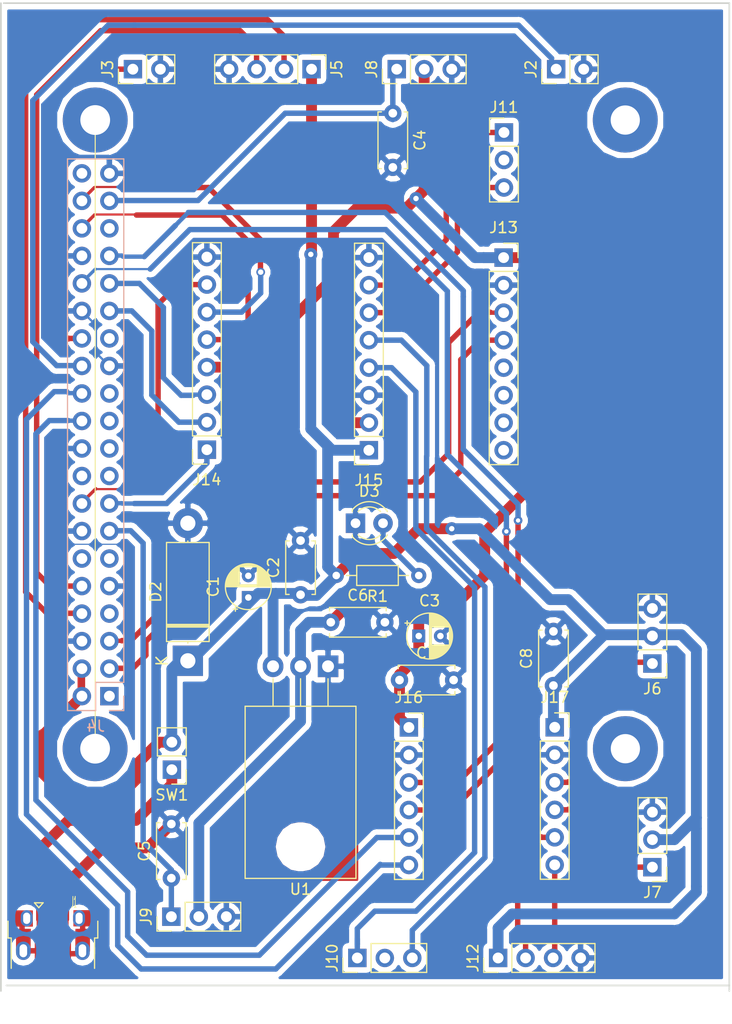
<source format=kicad_pcb>
(kicad_pcb (version 20171130) (host pcbnew "(5.0.1)-4")
  (title_block (title "Mobilny robot mapujący przestrzeń 3D w technologii LIDAR: \\nShield PCB.") (date 07.11.2019) (company "POLITECHNIKA POZNAŃSKA"))
  (layers (0 F.Cu signal) (31 B.Cu signal) (34 B.Paste user) (35 F.Paste user) (36 B.SilkS user) (37 F.SilkS user) (38 B.Mask user) (39 F.Mask user) (44 Edge.Cuts user))
  (net 0 "")
  (net 1 GND)
  (net 2 +5V)
  (net 3 +3V3)
  (net 4 /EN_PRAWY)
  (net 5 /EN_LEWY)
  (net 6 "Net-(J1-Pad6)")
  (net 7 "Net-(J1-Pad2)")
  (net 8 "Net-(J1-Pad3)")
  (net 9 "Net-(J1-Pad4)")
  (net 10 /KRAN_PRZOD)
  (net 11 /KRAN_TYL)
  (net 12 "Net-(J4-Pad1)")
  (net 13 /SDA_I2C)
  (net 14 /SCL_I2C)
  (net 15 "Net-(J4-Pad7)")
  (net 16 /L_RX)
  (net 17 /L_TX)
  (net 18 "Net-(J4-Pad11)")
  (net 19 "Net-(J4-Pad12)")
  (net 20 /PWM_DC_M_H_A)
  (net 21 /PWM_DC_M_H_B)
  (net 22 "Net-(J4-Pad17)")
  (net 23 "Net-(J4-Pad18)")
  (net 24 "Net-(J4-Pad19)")
  (net 25 "Net-(J4-Pad21)")
  (net 26 /TRIG_TL)
  (net 27 "Net-(J4-Pad23)")
  (net 28 /ECHO_TL)
  (net 29 "Net-(J4-Pad27)")
  (net 30 /L_DC_M_H1)
  (net 31 /L_DC_M_H2)
  (net 32 /PWM_POZ_TL)
  (net 33 /PWM_PIO_TL)
  (net 34 "Net-(J4-Pad35)")
  (net 35 /P_DC_M_H1)
  (net 36 /P_DC_M_H2)
  (net 37 "Net-(J4-Pad40)")
  (net 38 /PWM_POZ_SER)
  (net 39 /PWM_PIO_SER)
  (net 40 /L_DC_SILNIK1)
  (net 41 /L_DC_SILNIK2)
  (net 42 /P_DC_SILNIK2)
  (net 43 /P_DC_SILNIK1)
  (net 44 /TRIG_SEN)
  (net 45 /ECHO_SEN)
  (net 46 "Net-(J13-Pad5)")
  (net 47 "Net-(J13-Pad6)")
  (net 48 "Net-(J13-Pad7)")
  (net 49 "Net-(J13-Pad8)")
  (net 50 "Net-(J1-Pad1)")
  (net 51 "Net-(D3-Pad2)")
  (net 52 "Net-(J10-Pad2)")
  (net 53 "Net-(J11-Pad2)")
  (module Package_TO_SOT_THT:TO-220-3_Horizontal_TabDown (layer F.Cu) (at 49.784 91.694 180)
    (fp_text reference U1 (at 2.54 -20.58 180) (layer F.SilkS))
    (fp_text value AZ1117-3.3)
    (pad "" np_thru_hole oval (at 2.54 -16.66 180) (size 3.5 3.5) (drill 3.5) (layers *.Cu *.Mask))
    (pad 1 thru_hole rect (at 0 0 180) (size 1.905 2) (drill 1.1) (layers *.Cu *.Mask) (net 1 GND))
    (pad 2 thru_hole oval (at 2.54 0 180) (size 1.905 2) (drill 1.1) (layers *.Cu *.Mask) (net 3 +3V3))
    (pad 3 thru_hole oval (at 5.08 0 180) (size 1.905 2) (drill 1.1) (layers *.Cu *.Mask) (net 2 +5V))
  )
  (module Connector_PinHeader_2.54mm:PinHeader_1x02_P2.54mm_Vertical (layer F.Cu) (at 70.866 36.576 90)
    (fp_text reference J2 (at 0 -2.33 90) (layer F.SilkS))
    (fp_text value KRAN_PRZOD)
    (pad 1 thru_hole rect (at 0 0 90) (size 1.7 1.7) (drill 1) (layers *.Cu *.Mask) (net 10 /KRAN_PRZOD))
    (pad 2 thru_hole oval (at 0 2.54 90) (size 1.7 1.7) (drill 1) (layers *.Cu *.Mask) (net 1 GND))
  )
  (module Connector_USB:USB_Micro-B_Amphenol_10103594-0001LF_Horizontal (layer F.Cu) (at 24.384 116.84)
    (fp_text reference J1 (at 1.925 -3.365) (layer F.SilkS) (effects (font (size 1 0.3) (thickness 0.075))))
    (fp_text value USB_B_Micro)
    (pad 6 smd rect (at 2.725 0.185) (size 1.35 2) (layers F.Cu F.Paste F.Mask) (net 6 "Net-(J1-Pad6)"))
    (pad 6 smd rect (at -2.755 0.185) (size 1.35 2) (layers F.Cu F.Paste F.Mask) (net 6 "Net-(J1-Pad6)"))
    (pad 6 smd rect (at -2.975 -0.565) (size 1.825 0.7) (layers F.Cu F.Paste F.Mask) (net 6 "Net-(J1-Pad6)"))
    (pad 6 smd rect (at 2.975 -0.565) (size 1.825 0.7) (layers F.Cu F.Paste F.Mask) (net 6 "Net-(J1-Pad6)"))
    (pad 6 smd rect (at -2.875 -1.865) (size 2 1.5) (layers F.Cu F.Paste F.Mask) (net 6 "Net-(J1-Pad6)"))
    (pad 6 smd rect (at 2.875 -1.885) (size 2 1.5) (layers F.Cu F.Paste F.Mask) (net 6 "Net-(J1-Pad6)"))
    (pad 1 smd rect (at -1.325 -1.765 90) (size 1.65 0.4) (layers F.Cu F.Paste F.Mask) (net 50 "Net-(J1-Pad1)"))
    (pad 2 smd rect (at -0.675 -1.765 90) (size 1.65 0.4) (layers F.Cu F.Paste F.Mask) (net 7 "Net-(J1-Pad2)"))
    (pad 3 smd rect (at -0.025 -1.765 90) (size 1.65 0.4) (layers F.Cu F.Paste F.Mask) (net 8 "Net-(J1-Pad3)"))
    (pad 4 smd rect (at 0.625 -1.765 90) (size 1.65 0.4) (layers F.Cu F.Paste F.Mask) (net 9 "Net-(J1-Pad4)"))
    (pad 5 smd rect (at 1.275 -1.765 90) (size 1.65 0.3) (layers F.Cu F.Paste F.Mask) (net 1 GND))
    (pad 6 thru_hole oval (at -2.445 -1.885 90) (size 1.5 1.1) (drill oval 1.05 0.65) (layers *.Cu *.Mask) (net 6 "Net-(J1-Pad6)"))
    (pad 6 thru_hole oval (at 2.395 -1.885 90) (size 1.5 1.1) (drill oval 1.05 0.65) (layers *.Cu *.Mask) (net 6 "Net-(J1-Pad6)"))
    (pad 6 thru_hole oval (at -2.755 1.115 90) (size 1.7 1.35) (drill oval 1.2 0.7) (layers *.Cu *.Mask) (net 6 "Net-(J1-Pad6)"))
    (pad 6 thru_hole oval (at 2.705 1.115 90) (size 1.7 1.35) (drill oval 1.2 0.7) (layers *.Cu *.Mask) (net 6 "Net-(J1-Pad6)"))
    (pad 6 smd rect (at -0.985 1.385 90) (size 2.5 1.43) (layers F.Cu F.Paste F.Mask) (net 6 "Net-(J1-Pad6)"))
    (pad 6 smd rect (at 0.935 1.385 90) (size 2.5 1.43) (layers F.Cu F.Paste F.Mask) (net 6 "Net-(J1-Pad6)"))
  )
  (module Connector_PinHeader_2.54mm:PinHeader_1x04_P2.54mm_Vertical (layer F.Cu) (at 48.26 36.576 270)
    (fp_text reference J5 (at 0 -2.33 270) (layer F.SilkS))
    (fp_text value LIDAR)
    (pad 4 thru_hole oval (at 0 7.62 270) (size 1.7 1.7) (drill 1) (layers *.Cu *.Mask) (net 1 GND))
    (pad 3 thru_hole oval (at 0 5.08 270) (size 1.7 1.7) (drill 1) (layers *.Cu *.Mask) (net 17 /L_TX))
    (pad 2 thru_hole oval (at 0 2.54 270) (size 1.7 1.7) (drill 1) (layers *.Cu *.Mask) (net 16 /L_RX))
    (pad 1 thru_hole rect (at 0 0 270) (size 1.7 1.7) (drill 1) (layers *.Cu *.Mask) (net 2 +5V))
  )
  (module Connector_PinHeader_2.54mm:PinHeader_1x03_P2.54mm_Vertical (layer F.Cu) (at 79.756 91.44 180)
    (fp_text reference J6 (at 0 -2.33 180) (layer F.SilkS))
    (fp_text value SERWO_POZIOM)
    (pad 3 thru_hole oval (at 0 5.08 180) (size 1.7 1.7) (drill 1) (layers *.Cu *.Mask) (net 1 GND))
    (pad 2 thru_hole oval (at 0 2.54 180) (size 1.7 1.7) (drill 1) (layers *.Cu *.Mask) (net 2 +5V))
    (pad 1 thru_hole rect (at 0 0 180) (size 1.7 1.7) (drill 1) (layers *.Cu *.Mask) (net 38 /PWM_POZ_SER))
  )
  (module Connector_PinHeader_2.54mm:PinHeader_1x03_P2.54mm_Vertical (layer F.Cu) (at 56.134 36.576 90)
    (fp_text reference J8 (at 0 -2.33 90) (layer F.SilkS))
    (fp_text value ENKODER_PRAWY)
    (pad 3 thru_hole oval (at 0 5.08 90) (size 1.7 1.7) (drill 1) (layers *.Cu *.Mask) (net 1 GND))
    (pad 2 thru_hole oval (at 0 2.54 90) (size 1.7 1.7) (drill 1) (layers *.Cu *.Mask) (net 3 +3V3))
    (pad 1 thru_hole rect (at 0 0 90) (size 1.7 1.7) (drill 1) (layers *.Cu *.Mask) (net 4 /EN_PRAWY))
  )
  (module Connector_PinHeader_2.54mm:PinHeader_1x03_P2.54mm_Vertical (layer F.Cu) (at 35.306 114.808 90)
    (fp_text reference J9 (at 0 -2.33 90) (layer F.SilkS))
    (fp_text value ENKODER_LEWY)
    (pad 1 thru_hole rect (at 0 0 90) (size 1.7 1.7) (drill 1) (layers *.Cu *.Mask) (net 5 /EN_LEWY))
    (pad 2 thru_hole oval (at 0 2.54 90) (size 1.7 1.7) (drill 1) (layers *.Cu *.Mask) (net 3 +3V3))
    (pad 3 thru_hole oval (at 0 5.08 90) (size 1.7 1.7) (drill 1) (layers *.Cu *.Mask) (net 1 GND))
  )
  (module Connector_PinHeader_2.54mm:PinHeader_1x02_P2.54mm_Vertical (layer F.Cu) (at 31.75 36.576 90)
    (fp_text reference J3 (at 0 -2.33 90) (layer F.SilkS))
    (fp_text value KRAN_TYL)
    (pad 1 thru_hole rect (at 0 0 90) (size 1.7 1.7) (drill 1) (layers *.Cu *.Mask) (net 11 /KRAN_TYL))
    (pad 2 thru_hole oval (at 0 2.54 90) (size 1.7 1.7) (drill 1) (layers *.Cu *.Mask) (net 1 GND))
  )
  (module Capacitor_THT:CP_Radial_D4.0mm_P2.00mm (layer F.Cu) (at 58.166 88.9)
    (fp_text reference C3 (at 1 -3.25) (layer F.SilkS))
    (fp_text value 100u)
    (pad 2 thru_hole circle (at 2 0) (size 1.2 1.2) (drill 0.6) (layers *.Cu *.Mask) (net 1 GND))
    (pad 1 thru_hole rect (at 0 0) (size 1.2 1.2) (drill 0.6) (layers *.Cu *.Mask) (net 3 +3V3))
  )
  (module Connector_PinSocket_2.54mm:PinSocket_1x06_P2.54mm_Vertical (layer F.Cu) (at 57.255 97.339)
    (fp_text reference J16 (at 0 -2.77) (layer F.SilkS))
    (fp_text value Tłumacz_L)
    (pad 6 thru_hole oval (at 0 12.7) (size 1.7 1.7) (drill 1) (layers *.Cu *.Mask) (net 28 /ECHO_TL))
    (pad 5 thru_hole oval (at 0 10.16) (size 1.7 1.7) (drill 1) (layers *.Cu *.Mask) (net 26 /TRIG_TL))
    (pad 4 thru_hole oval (at 0 7.62) (size 1.7 1.7) (drill 1) (layers *.Cu *.Mask) (net 33 /PWM_PIO_TL))
    (pad 3 thru_hole oval (at 0 5.08) (size 1.7 1.7) (drill 1) (layers *.Cu *.Mask) (net 32 /PWM_POZ_TL))
    (pad 2 thru_hole oval (at 0 2.54) (size 1.7 1.7) (drill 1) (layers *.Cu *.Mask) (net 1 GND))
    (pad 1 thru_hole rect (at 0 0) (size 1.7 1.7) (drill 1) (layers *.Cu *.Mask) (net 3 +3V3))
  )
  (module Connector_PinSocket_2.54mm:PinSocket_1x06_P2.54mm_Vertical (layer F.Cu) (at 70.73 97.324)
    (fp_text reference J17 (at 0 -2.77) (layer F.SilkS))
    (fp_text value Tłumacz_P)
    (pad 1 thru_hole rect (at 0 0) (size 1.7 1.7) (drill 1) (layers *.Cu *.Mask) (net 2 +5V))
    (pad 2 thru_hole oval (at 0 2.54) (size 1.7 1.7) (drill 1) (layers *.Cu *.Mask) (net 1 GND))
    (pad 3 thru_hole oval (at 0 5.08) (size 1.7 1.7) (drill 1) (layers *.Cu *.Mask) (net 38 /PWM_POZ_SER))
    (pad 4 thru_hole oval (at 0 7.62) (size 1.7 1.7) (drill 1) (layers *.Cu *.Mask) (net 39 /PWM_PIO_SER))
    (pad 5 thru_hole oval (at 0 10.16) (size 1.7 1.7) (drill 1) (layers *.Cu *.Mask) (net 44 /TRIG_SEN))
    (pad 6 thru_hole oval (at 0 12.7) (size 1.7 1.7) (drill 1) (layers *.Cu *.Mask) (net 45 /ECHO_SEN))
  )
  (module Connector_PinHeader_2.54mm:PinHeader_1x03_P2.54mm_Vertical (layer F.Cu) (at 79.756 110.236 180)
    (fp_text reference J7 (at 0 -2.33 180) (layer F.SilkS))
    (fp_text value SERWO_PION)
    (pad 1 thru_hole rect (at 0 0 180) (size 1.7 1.7) (drill 1) (layers *.Cu *.Mask) (net 39 /PWM_PIO_SER))
    (pad 2 thru_hole oval (at 0 2.54 180) (size 1.7 1.7) (drill 1) (layers *.Cu *.Mask) (net 2 +5V))
    (pad 3 thru_hole oval (at 0 5.08 180) (size 1.7 1.7) (drill 1) (layers *.Cu *.Mask) (net 1 GND))
  )
  (module LED_THT:LED_D3.0mm (layer F.Cu) (at 52.324 78.486)
    (fp_text reference D3 (at 1.27 -2.96) (layer F.SilkS))
    (fp_text value "GREEN ON")
    (pad 1 thru_hole rect (at 0 0) (size 1.8 1.8) (drill 0.9) (layers *.Cu *.Mask) (net 1 GND))
    (pad 2 thru_hole circle (at 2.54 0) (size 1.8 1.8) (drill 0.9) (layers *.Cu *.Mask) (net 51 "Net-(D3-Pad2)"))
  )
  (module Connector_PinHeader_2.54mm:PinHeader_1x03_P2.54mm_Vertical (layer F.Cu) (at 52.49 118.618 90)
    (fp_text reference J10 (at 0 -2.33 90) (layer F.SilkS))
    (fp_text value LEWY_SILNIK_DC)
    (pad 3 thru_hole oval (at 0 5.08 90) (size 1.7 1.7) (drill 1) (layers *.Cu *.Mask) (net 41 /L_DC_SILNIK2))
    (pad 2 thru_hole oval (at 0 2.54 90) (size 1.7 1.7) (drill 1) (layers *.Cu *.Mask) (net 52 "Net-(J10-Pad2)"))
    (pad 1 thru_hole rect (at 0 0 90) (size 1.7 1.7) (drill 1) (layers *.Cu *.Mask) (net 40 /L_DC_SILNIK1))
  )
  (module Connector_PinHeader_2.54mm:PinHeader_1x03_P2.54mm_Vertical (layer F.Cu) (at 66.04 42.418)
    (fp_text reference J11 (at 0 -2.33) (layer F.SilkS))
    (fp_text value PRAWY_SILNIK_DC)
    (pad 1 thru_hole rect (at 0 0) (size 1.7 1.7) (drill 1) (layers *.Cu *.Mask) (net 43 /P_DC_SILNIK1))
    (pad 2 thru_hole oval (at 0 2.54) (size 1.7 1.7) (drill 1) (layers *.Cu *.Mask) (net 53 "Net-(J11-Pad2)"))
    (pad 3 thru_hole oval (at 0 5.08) (size 1.7 1.7) (drill 1) (layers *.Cu *.Mask) (net 42 /P_DC_SILNIK2))
  )
  (module Diode_THT:D_5W_P12.70mm_Horizontal (layer F.Cu) (at 36.83 91.186 90)
    (fp_text reference D2 (at 6.35 -2.97 90) (layer F.SilkS))
    (fp_text value 1N5822)
    (fp_text user K (at 0 -2.4 90) (layer F.SilkS))
    (pad 1 thru_hole rect (at 0 0 90) (size 2.8 2.8) (drill 1.4) (layers *.Cu *.Mask) (net 2 +5V))
    (pad 2 thru_hole oval (at 12.7 0 90) (size 2.8 2.8) (drill 1.4) (layers *.Cu *.Mask) (net 1 GND))
  )
  (module Connector_PinSocket_2.54mm:PinSocket_2x20_P2.54mm_Vertical (layer B.Cu) (at 29.58 94.45)
    (fp_text reference J4 (at -1.27 2.77) (layer B.SilkS) (effects (justify mirror)))
    (fp_text value Raspberry_Pi_2_3)
    (pad 1 thru_hole rect (at 0 0) (size 1.7 1.7) (drill 1) (layers *.Cu *.Mask) (net 12 "Net-(J4-Pad1)"))
    (pad 2 thru_hole oval (at -2.54 0) (size 1.7 1.7) (drill 1) (layers *.Cu *.Mask) (net 2 +5V))
    (pad 3 thru_hole oval (at 0 -2.54) (size 1.7 1.7) (drill 1) (layers *.Cu *.Mask) (net 13 /SDA_I2C))
    (pad 4 thru_hole oval (at -2.54 -2.54) (size 1.7 1.7) (drill 1) (layers *.Cu *.Mask) (net 2 +5V))
    (pad 5 thru_hole oval (at 0 -5.08) (size 1.7 1.7) (drill 1) (layers *.Cu *.Mask) (net 14 /SCL_I2C))
    (pad 6 thru_hole oval (at -2.54 -5.08) (size 1.7 1.7) (drill 1) (layers *.Cu *.Mask) (net 1 GND))
    (pad 7 thru_hole oval (at 0 -7.62) (size 1.7 1.7) (drill 1) (layers *.Cu *.Mask) (net 15 "Net-(J4-Pad7)"))
    (pad 8 thru_hole oval (at -2.54 -7.62) (size 1.7 1.7) (drill 1) (layers *.Cu *.Mask) (net 16 /L_RX))
    (pad 9 thru_hole oval (at 0 -10.16) (size 1.7 1.7) (drill 1) (layers *.Cu *.Mask) (net 1 GND))
    (pad 10 thru_hole oval (at -2.54 -10.16) (size 1.7 1.7) (drill 1) (layers *.Cu *.Mask) (net 17 /L_TX))
    (pad 11 thru_hole oval (at 0 -12.7) (size 1.7 1.7) (drill 1) (layers *.Cu *.Mask) (net 18 "Net-(J4-Pad11)"))
    (pad 12 thru_hole oval (at -2.54 -12.7) (size 1.7 1.7) (drill 1) (layers *.Cu *.Mask) (net 19 "Net-(J4-Pad12)"))
    (pad 13 thru_hole oval (at 0 -15.24) (size 1.7 1.7) (drill 1) (layers *.Cu *.Mask) (net 5 /EN_LEWY))
    (pad 14 thru_hole oval (at -2.54 -15.24) (size 1.7 1.7) (drill 1) (layers *.Cu *.Mask) (net 1 GND))
    (pad 15 thru_hole oval (at 0 -17.78) (size 1.7 1.7) (drill 1) (layers *.Cu *.Mask) (net 20 /PWM_DC_M_H_A))
    (pad 16 thru_hole oval (at -2.54 -17.78) (size 1.7 1.7) (drill 1) (layers *.Cu *.Mask) (net 21 /PWM_DC_M_H_B))
    (pad 17 thru_hole oval (at 0 -20.32) (size 1.7 1.7) (drill 1) (layers *.Cu *.Mask) (net 22 "Net-(J4-Pad17)"))
    (pad 18 thru_hole oval (at -2.54 -20.32) (size 1.7 1.7) (drill 1) (layers *.Cu *.Mask) (net 23 "Net-(J4-Pad18)"))
    (pad 19 thru_hole oval (at 0 -22.86) (size 1.7 1.7) (drill 1) (layers *.Cu *.Mask) (net 24 "Net-(J4-Pad19)"))
    (pad 20 thru_hole oval (at -2.54 -22.86) (size 1.7 1.7) (drill 1) (layers *.Cu *.Mask) (net 1 GND))
    (pad 21 thru_hole oval (at 0 -25.4) (size 1.7 1.7) (drill 1) (layers *.Cu *.Mask) (net 25 "Net-(J4-Pad21)"))
    (pad 22 thru_hole oval (at -2.54 -25.4) (size 1.7 1.7) (drill 1) (layers *.Cu *.Mask) (net 26 /TRIG_TL))
    (pad 23 thru_hole oval (at 0 -27.94) (size 1.7 1.7) (drill 1) (layers *.Cu *.Mask) (net 27 "Net-(J4-Pad23)"))
    (pad 24 thru_hole oval (at -2.54 -27.94) (size 1.7 1.7) (drill 1) (layers *.Cu *.Mask) (net 28 /ECHO_TL))
    (pad 25 thru_hole oval (at 0 -30.48) (size 1.7 1.7) (drill 1) (layers *.Cu *.Mask) (net 1 GND))
    (pad 26 thru_hole oval (at -2.54 -30.48) (size 1.7 1.7) (drill 1) (layers *.Cu *.Mask) (net 10 /KRAN_PRZOD))
    (pad 27 thru_hole oval (at 0 -33.02) (size 1.7 1.7) (drill 1) (layers *.Cu *.Mask) (net 29 "Net-(J4-Pad27)"))
    (pad 28 thru_hole oval (at -2.54 -33.02) (size 1.7 1.7) (drill 1) (layers *.Cu *.Mask) (net 11 /KRAN_TYL))
    (pad 29 thru_hole oval (at 0 -35.56) (size 1.7 1.7) (drill 1) (layers *.Cu *.Mask) (net 30 /L_DC_M_H1))
    (pad 30 thru_hole oval (at -2.54 -35.56) (size 1.7 1.7) (drill 1) (layers *.Cu *.Mask) (net 1 GND))
    (pad 31 thru_hole oval (at 0 -38.1) (size 1.7 1.7) (drill 1) (layers *.Cu *.Mask) (net 31 /L_DC_M_H2))
    (pad 32 thru_hole oval (at -2.54 -38.1) (size 1.7 1.7) (drill 1) (layers *.Cu *.Mask) (net 32 /PWM_POZ_TL))
    (pad 33 thru_hole oval (at 0 -40.64) (size 1.7 1.7) (drill 1) (layers *.Cu *.Mask) (net 33 /PWM_PIO_TL))
    (pad 34 thru_hole oval (at -2.54 -40.64) (size 1.7 1.7) (drill 1) (layers *.Cu *.Mask) (net 1 GND))
    (pad 35 thru_hole oval (at 0 -43.18) (size 1.7 1.7) (drill 1) (layers *.Cu *.Mask) (net 34 "Net-(J4-Pad35)"))
    (pad 36 thru_hole oval (at -2.54 -43.18) (size 1.7 1.7) (drill 1) (layers *.Cu *.Mask) (net 35 /P_DC_M_H1))
    (pad 37 thru_hole oval (at 0 -45.72) (size 1.7 1.7) (drill 1) (layers *.Cu *.Mask) (net 4 /EN_PRAWY))
    (pad 38 thru_hole oval (at -2.54 -45.72) (size 1.7 1.7) (drill 1) (layers *.Cu *.Mask) (net 36 /P_DC_M_H2))
    (pad 39 thru_hole oval (at 0 -48.26) (size 1.7 1.7) (drill 1) (layers *.Cu *.Mask) (net 1 GND))
    (pad 40 thru_hole oval (at -2.54 -48.26) (size 1.7 1.7) (drill 1) (layers *.Cu *.Mask) (net 37 "Net-(J4-Pad40)"))
  )
  (module Connector_PinSocket_2.54mm:PinSocket_1x08_P2.54mm_Vertical (layer F.Cu) (at 38.59 71.7 180)
    (fp_text reference J14 (at 0 -2.77 180) (layer F.SilkS))
    (fp_text value Mostek_HP)
    (pad 1 thru_hole rect (at 0 0 180) (size 1.7 1.7) (drill 1) (layers *.Cu *.Mask) (net 20 /PWM_DC_M_H_A))
    (pad 2 thru_hole oval (at 0 2.54 180) (size 1.7 1.7) (drill 1) (layers *.Cu *.Mask) (net 30 /L_DC_M_H1))
    (pad 3 thru_hole oval (at 0 5.08 180) (size 1.7 1.7) (drill 1) (layers *.Cu *.Mask) (net 31 /L_DC_M_H2))
    (pad 4 thru_hole oval (at 0 7.62 180) (size 1.7 1.7) (drill 1) (layers *.Cu *.Mask) (net 3 +3V3))
    (pad 5 thru_hole oval (at 0 10.16 180) (size 1.7 1.7) (drill 1) (layers *.Cu *.Mask) (net 35 /P_DC_M_H1))
    (pad 6 thru_hole oval (at 0 12.7 180) (size 1.7 1.7) (drill 1) (layers *.Cu *.Mask) (net 36 /P_DC_M_H2))
    (pad 7 thru_hole oval (at 0 15.24 180) (size 1.7 1.7) (drill 1) (layers *.Cu *.Mask) (net 21 /PWM_DC_M_H_B))
    (pad 8 thru_hole oval (at 0 17.78 180) (size 1.7 1.7) (drill 1) (layers *.Cu *.Mask) (net 1 GND))
  )
  (module Connector_PinSocket_2.54mm:PinSocket_1x08_P2.54mm_Vertical (layer F.Cu) (at 53.56 71.75 180)
    (fp_text reference J15 (at 0 -2.77 180) (layer F.SilkS))
    (fp_text value Mostek_HL)
    (pad 8 thru_hole oval (at 0 17.78 180) (size 1.7 1.7) (drill 1) (layers *.Cu *.Mask) (net 1 GND))
    (pad 7 thru_hole oval (at 0 15.24 180) (size 1.7 1.7) (drill 1) (layers *.Cu *.Mask) (net 43 /P_DC_SILNIK1))
    (pad 6 thru_hole oval (at 0 12.7 180) (size 1.7 1.7) (drill 1) (layers *.Cu *.Mask) (net 42 /P_DC_SILNIK2))
    (pad 5 thru_hole oval (at 0 10.16 180) (size 1.7 1.7) (drill 1) (layers *.Cu *.Mask) (net 41 /L_DC_SILNIK2))
    (pad 4 thru_hole oval (at 0 7.62 180) (size 1.7 1.7) (drill 1) (layers *.Cu *.Mask) (net 40 /L_DC_SILNIK1))
    (pad 3 thru_hole oval (at 0 5.08 180) (size 1.7 1.7) (drill 1) (layers *.Cu *.Mask) (net 1 GND))
    (pad 2 thru_hole oval (at 0 2.54 180) (size 1.7 1.7) (drill 1) (layers *.Cu *.Mask) (net 3 +3V3))
    (pad 1 thru_hole rect (at 0 0 180) (size 1.7 1.7) (drill 1) (layers *.Cu *.Mask) (net 2 +5V))
  )
  (module Connector_PinHeader_2.54mm:PinHeader_1x02_P2.54mm_Vertical (layer F.Cu) (at 35.35 101.24 180)
    (fp_text reference SW1 (at 0 -2.33 180) (layer F.SilkS))
    (fp_text value SW_SPST)
    (pad 1 thru_hole rect (at 0 0 180) (size 1.7 1.7) (drill 1) (layers *.Cu *.Mask) (net 50 "Net-(J1-Pad1)"))
    (pad 2 thru_hole oval (at 0 2.54 180) (size 1.7 1.7) (drill 1) (layers *.Cu *.Mask) (net 2 +5V))
  )
  (module Connector_PinHeader_2.54mm:PinHeader_1x04_P2.54mm_Vertical (layer F.Cu) (at 65.5 118.618 90)
    (fp_text reference J12 (at 0 -2.33 90) (layer F.SilkS))
    (fp_text value SENSOR_ULTRA)
    (pad 1 thru_hole rect (at 0 0 90) (size 1.7 1.7) (drill 1) (layers *.Cu *.Mask) (net 2 +5V))
    (pad 2 thru_hole oval (at 0 2.54 90) (size 1.7 1.7) (drill 1) (layers *.Cu *.Mask) (net 44 /TRIG_SEN))
    (pad 3 thru_hole oval (at 0 5.08 90) (size 1.7 1.7) (drill 1) (layers *.Cu *.Mask) (net 45 /ECHO_SEN))
    (pad 4 thru_hole oval (at 0 7.62 90) (size 1.7 1.7) (drill 1) (layers *.Cu *.Mask) (net 1 GND))
  )
  (module Connector_PinSocket_2.54mm:PinSocket_1x08_P2.54mm_Vertical (layer F.Cu) (at 66.01 53.97)
    (fp_text reference J13 (at 0 -2.77) (layer F.SilkS))
    (fp_text value mpu-6050)
    (pad 1 thru_hole rect (at 0 0) (size 1.7 1.7) (drill 1) (layers *.Cu *.Mask) (net 3 +3V3))
    (pad 2 thru_hole oval (at 0 2.54) (size 1.7 1.7) (drill 1) (layers *.Cu *.Mask) (net 1 GND))
    (pad 3 thru_hole oval (at 0 5.08) (size 1.7 1.7) (drill 1) (layers *.Cu *.Mask) (net 14 /SCL_I2C))
    (pad 4 thru_hole oval (at 0 7.62) (size 1.7 1.7) (drill 1) (layers *.Cu *.Mask) (net 13 /SDA_I2C))
    (pad 5 thru_hole oval (at 0 10.16) (size 1.7 1.7) (drill 1) (layers *.Cu *.Mask) (net 46 "Net-(J13-Pad5)"))
    (pad 6 thru_hole oval (at 0 12.7) (size 1.7 1.7) (drill 1) (layers *.Cu *.Mask) (net 47 "Net-(J13-Pad6)"))
    (pad 7 thru_hole oval (at 0 15.24) (size 1.7 1.7) (drill 1) (layers *.Cu *.Mask) (net 48 "Net-(J13-Pad7)"))
    (pad 8 thru_hole oval (at 0 17.78) (size 1.7 1.7) (drill 1) (layers *.Cu *.Mask) (net 49 "Net-(J13-Pad8)"))
  )
  (module Capacitor_THT:CP_Radial_D4.0mm_P2.00mm (layer F.Cu) (at 42.418 85.344 90)
    (fp_text reference C1 (at 1 -3.25 90) (layer F.SilkS))
    (fp_text value 470u)
    (pad 1 thru_hole rect (at 0 0 90) (size 1.2 1.2) (drill 0.6) (layers *.Cu *.Mask) (net 2 +5V))
    (pad 2 thru_hole circle (at 2 0 90) (size 1.2 1.2) (drill 0.6) (layers *.Cu *.Mask) (net 1 GND))
  )
  (module Resistor_THT:R_Axial_DIN0204_L3.6mm_D1.6mm_P7.62mm_Horizontal (layer F.Cu) (at 58.166 83.312 180)
    (fp_text reference R1 (at 3.81 -1.92 180) (layer F.SilkS))
    (fp_text value 1K)
    (pad 1 thru_hole circle (at 0 0 180) (size 1.4 1.4) (drill 0.7) (layers *.Cu *.Mask) (net 51 "Net-(D3-Pad2)"))
    (pad 2 thru_hole oval (at 7.62 0 180) (size 1.4 1.4) (drill 0.7) (layers *.Cu *.Mask) (net 2 +5V))
  )
  (module Capacitor_THT:C_Disc_D4.7mm_W2.5mm_P5.00mm (layer F.Cu) (at 47.244 85.09 90)
    (fp_text reference C2 (at 2.5 -2.5 90) (layer F.SilkS))
    (fp_text value 100n)
    (pad 1 thru_hole circle (at 0 0 90) (size 1.6 1.6) (drill 0.8) (layers *.Cu *.Mask) (net 2 +5V))
    (pad 2 thru_hole circle (at 5 0 90) (size 1.6 1.6) (drill 0.8) (layers *.Cu *.Mask) (net 1 GND))
  )
  (module Capacitor_THT:C_Disc_D5.0mm_W2.5mm_P5.00mm (layer F.Cu) (at 55.77 40.64 270)
    (fp_text reference C4 (at 2.5 -2.5 270) (layer F.SilkS))
    (fp_text value 100n)
    (pad 2 thru_hole circle (at 5 0 270) (size 1.6 1.6) (drill 0.8) (layers *.Cu *.Mask) (net 1 GND))
    (pad 1 thru_hole circle (at 0 0 270) (size 1.6 1.6) (drill 0.8) (layers *.Cu *.Mask) (net 4 /EN_PRAWY))
  )
  (module Capacitor_THT:C_Disc_D5.0mm_W2.5mm_P5.00mm (layer F.Cu) (at 35.306 111.252 90)
    (fp_text reference C5 (at 2.5 -2.5 90) (layer F.SilkS))
    (fp_text value 100n)
    (pad 1 thru_hole circle (at 0 0 90) (size 1.6 1.6) (drill 0.8) (layers *.Cu *.Mask) (net 5 /EN_LEWY))
    (pad 2 thru_hole circle (at 5 0 90) (size 1.6 1.6) (drill 0.8) (layers *.Cu *.Mask) (net 1 GND))
  )
  (module Capacitor_THT:C_Disc_D5.0mm_W2.5mm_P5.00mm (layer F.Cu) (at 50.038 87.63)
    (fp_text reference C6 (at 2.5 -2.5) (layer F.SilkS))
    (fp_text value 100n)
    (pad 1 thru_hole circle (at 0 0) (size 1.6 1.6) (drill 0.8) (layers *.Cu *.Mask) (net 3 +3V3))
    (pad 2 thru_hole circle (at 5 0) (size 1.6 1.6) (drill 0.8) (layers *.Cu *.Mask) (net 1 GND))
  )
  (module Capacitor_THT:C_Disc_D5.0mm_W2.5mm_P5.00mm (layer F.Cu) (at 56.388 92.964)
    (fp_text reference C7 (at 2.5 -2.5) (layer F.SilkS))
    (fp_text value 100n)
    (pad 1 thru_hole circle (at 0 0) (size 1.6 1.6) (drill 0.8) (layers *.Cu *.Mask) (net 3 +3V3))
    (pad 2 thru_hole circle (at 5 0) (size 1.6 1.6) (drill 0.8) (layers *.Cu *.Mask) (net 1 GND))
  )
  (module Capacitor_THT:C_Disc_D5.0mm_W2.5mm_P5.00mm (layer F.Cu) (at 70.612 93.472 90)
    (fp_text reference C8 (at 2.5 -2.5 90) (layer F.SilkS))
    (fp_text value 100n)
    (pad 2 thru_hole circle (at 5 0 90) (size 1.6 1.6) (drill 0.8) (layers *.Cu *.Mask) (net 1 GND))
    (pad 1 thru_hole circle (at 0 0 90) (size 1.6 1.6) (drill 0.8) (layers *.Cu *.Mask) (net 2 +5V))
  )
  (gr_line (start 19.558 121.666) (end 19.558 30.48) (layer Edge.Cuts) (width 0.15))
  (gr_line (start 86.868 121.158) (end 20.066 121.158) (layer Edge.Cuts) (width 0.15))
  (gr_line (start 86.868 30.48) (end 86.868 121.666) (layer Edge.Cuts) (width 0.15))
  (gr_line (start 19.812 30.48) (end 86.868 30.48) (layer Edge.Cuts) (width 0.15))
  (gr_line (start 28.27 41.27) (end 28.27 99.29) (layer F.SilkS) (width 0.1))
  (gr_text "MRMP 3D w technologii LIDAR\nPOLITECHNIKA POZNAŃSKA" (at 78.486 64.77 90) (layer F.Cu) (effects (font (size 1.5 1.5) (thickness 0.25))))
  (via (at 28.27 41.27) (size 6) (drill 2.75) (layers F.Cu B.Cu) (net 0))
  (via (at 28.26 99.3) (size 6) (drill 2.75) (layers F.Cu B.Cu) (net 0))
  (via (at 77.25 41.27) (size 6) (drill 2.7) (layers F.Cu B.Cu) (net 0))
  (via (at 77.26 99.3) (size 6) (drill 2.7) (layers F.Cu B.Cu) (net 0))
  (segment (start 28.680001 63.090001) (end 29.53 63.94) (width 0.2) (layer B.Cu) (net 1))
  (segment (start 28.379999 62.789999) (end 28.680001 63.090001) (width 0.2) (layer B.Cu) (net 1))
  (segment (start 28.34 60.24) (end 28.34 62.78) (width 0.2) (layer B.Cu) (net 1))
  (segment (start 26.99 58.86) (end 28.379999 60.249999) (width 0.2) (layer B.Cu) (net 1))
  (segment (start 29.53 44.957919) (end 29.57 44.917919) (width 0.4) (layer B.Cu) (net 1))
  (segment (start 29.53 46.16) (end 29.53 44.957919) (width 0.4) (layer B.Cu) (net 1))
  (segment (start 29.57 44.917919) (end 29.57 44.76) (width 0.4) (layer B.Cu) (net 1))
  (segment (start 29.57 44.76) (end 29.480001 44.670001) (width 0.4) (layer B.Cu) (net 1))
  (segment (start 29.480001 44.670001) (end 26.420001 44.670001) (width 0.4) (layer B.Cu) (net 1))
  (segment (start 25.787919 79.18) (end 25.767919 79.16) (width 0.2) (layer B.Cu) (net 1))
  (segment (start 28.24 80.43) (end 30.84 80.43) (width 0.1) (layer B.Cu) (net 1))
  (segment (start 28.24 80.43) (end 26.22 80.43) (width 0.1) (layer B.Cu) (net 1))
  (segment (start 26.22 80.43) (end 25.43 79.64) (width 0.2) (layer B.Cu) (net 1))
  (segment (start 25.787919 79.18) (end 26.99 79.18) (width 0.2) (layer B.Cu) (net 1))
  (segment (start 25.43 79.537919) (end 25.787919 79.18) (width 0.2) (layer B.Cu) (net 1))
  (segment (start 25.43 79.64) (end 25.43 79.537919) (width 0.2) (layer B.Cu) (net 1))
  (segment (start 25.659 111.765) (end 28.966 108.458) (width 1) (layer F.Cu) (net 1))
  (segment (start 33.1 108.458) (end 35.306 106.252) (width 1) (layer F.Cu) (net 1))
  (segment (start 28.966 108.458) (end 33.1 108.458) (width 1) (layer F.Cu) (net 1))
  (segment (start 25.659 111.765) (end 25.659 113.03) (width 1) (layer F.Cu) (net 1))
  (segment (start 25.659 115.075) (end 25.659 113.03) (width 0.4) (layer F.Cu) (net 1))
  (segment (start 47.3 85) (end 47.45 85.15) (width 0.75) (layer F.Cu) (net 2))
  (segment (start 47.3 85) (end 47.45 85.15) (width 0.75) (layer B.Cu) (net 2))
  (segment (start 26.99 94.42) (end 26.99 91.88) (width 0.7) (layer F.Cu) (net 2))
  (via (at 48.19 53.67) (size 1.2) (drill 0.5) (layers F.Cu B.Cu) (net 2))
  (segment (start 75.21 88.78) (end 78.93 88.78) (width 1) (layer B.Cu) (net 2))
  (segment (start 71.97 85.54) (end 75.21 88.78) (width 1) (layer B.Cu) (net 2))
  (segment (start 35.46 91.84) (end 36.96 90.34) (width 1) (layer B.Cu) (net 2))
  (segment (start 37.95 90.34) (end 43.32 84.97) (width 1) (layer B.Cu) (net 2))
  (segment (start 36.96 90.34) (end 37.95 90.34) (width 1) (layer B.Cu) (net 2))
  (segment (start 47.27 84.97) (end 47.45 85.15) (width 1) (layer B.Cu) (net 2))
  (segment (start 34.147919 98.7) (end 32.02 100.827919) (width 1) (layer F.Cu) (net 2))
  (segment (start 35.35 98.7) (end 34.147919 98.7) (width 1) (layer F.Cu) (net 2))
  (segment (start 32.02 102.18) (end 30.4 103.8) (width 1) (layer F.Cu) (net 2))
  (segment (start 32.02 100.827919) (end 32.02 102.18) (width 1) (layer F.Cu) (net 2))
  (segment (start 30.4 103.8) (end 25.65 103.8) (width 1) (layer F.Cu) (net 2))
  (segment (start 25.65 103.8) (end 23.41 101.56) (width 1) (layer F.Cu) (net 2))
  (segment (start 23.41 101.56) (end 23.41 98) (width 1) (layer F.Cu) (net 2))
  (segment (start 23.49 98) (end 27.04 94.45) (width 1) (layer F.Cu) (net 2))
  (segment (start 23.41 98) (end 23.49 98) (width 1) (layer F.Cu) (net 2))
  (segment (start 35.35 91.95) (end 36.96 90.34) (width 1) (layer B.Cu) (net 2))
  (segment (start 35.35 98.7) (end 35.35 91.95) (width 1) (layer B.Cu) (net 2))
  (segment (start 80.132081 88.78) (end 78.93 88.78) (width 1) (layer B.Cu) (net 2))
  (segment (start 65.5 115.856) (end 66.294 115.062) (width 1) (layer B.Cu) (net 2))
  (segment (start 65.5 118.618) (end 65.5 115.856) (width 1) (layer B.Cu) (net 2))
  (segment (start 44.704 85.224) (end 44.704 91.694) (width 1) (layer B.Cu) (net 2))
  (segment (start 44.958 84.97) (end 44.704 85.224) (width 1) (layer B.Cu) (net 2))
  (segment (start 44.958 84.97) (end 47.27 84.97) (width 1) (layer B.Cu) (net 2))
  (segment (start 43.32 84.97) (end 44.958 84.97) (width 1) (layer B.Cu) (net 2))
  (segment (start 48.708 85.15) (end 50.546 83.312) (width 1) (layer B.Cu) (net 2))
  (segment (start 47.45 85.15) (end 48.708 85.15) (width 1) (layer B.Cu) (net 2))
  (segment (start 50.546 83.312) (end 51.345999 82.512001) (width 1) (layer F.Cu) (net 2))
  (segment (start 51.345999 82.512001) (end 52.578 81.28) (width 1) (layer F.Cu) (net 2))
  (segment (start 52.578 81.28) (end 55.88 81.28) (width 1) (layer F.Cu) (net 2))
  (via (at 61.214 78.994) (size 1.2) (drill 0.5) (layers F.Cu B.Cu) (net 2))
  (segment (start 55.88 81.28) (end 58.166 78.994) (width 1) (layer F.Cu) (net 2))
  (segment (start 58.166 78.994) (end 61.214 78.994) (width 1) (layer F.Cu) (net 2))
  (segment (start 61.214 78.994) (end 63.754 78.994) (width 1) (layer B.Cu) (net 2))
  (segment (start 70.3 85.54) (end 71.97 85.54) (width 1) (layer B.Cu) (net 2))
  (segment (start 63.754 78.994) (end 70.3 85.54) (width 1) (layer B.Cu) (net 2))
  (segment (start 48.19 53.67) (end 48.19 69.78) (width 1) (layer B.Cu) (net 2))
  (segment (start 49.746001 71.336001) (end 49.276 70.866) (width 1) (layer B.Cu) (net 2))
  (segment (start 49.746001 82.512001) (end 49.746001 71.336001) (width 1) (layer B.Cu) (net 2))
  (segment (start 50.546 83.312) (end 49.746001 82.512001) (width 1) (layer B.Cu) (net 2))
  (segment (start 48.19 69.78) (end 49.276 70.866) (width 1) (layer B.Cu) (net 2))
  (segment (start 50.16 71.75) (end 53.56 71.75) (width 1) (layer B.Cu) (net 2))
  (segment (start 49.276 70.866) (end 50.16 71.75) (width 1) (layer B.Cu) (net 2))
  (segment (start 75.21 88.874) (end 70.612 93.472) (width 1) (layer B.Cu) (net 2))
  (segment (start 75.21 88.78) (end 75.21 88.874) (width 1) (layer B.Cu) (net 2))
  (segment (start 70.612 97.206) (end 70.73 97.324) (width 1) (layer B.Cu) (net 2))
  (segment (start 70.612 93.472) (end 70.612 97.206) (width 1) (layer B.Cu) (net 2))
  (segment (start 81.788 107.696) (end 83.82 105.664) (width 1) (layer B.Cu) (net 2))
  (segment (start 83.82 105.664) (end 83.82 106.68) (width 1) (layer B.Cu) (net 2))
  (segment (start 79.756 107.696) (end 81.788 107.696) (width 1) (layer B.Cu) (net 2))
  (segment (start 65.5 115.856) (end 66.802 114.554) (width 1) (layer B.Cu) (net 2))
  (segment (start 83.82 112.522) (end 81.788 114.554) (width 1) (layer B.Cu) (net 2))
  (segment (start 83.82 112.014) (end 83.82 112.522) (width 1) (layer B.Cu) (net 2))
  (segment (start 66.802 114.554) (end 81.788 114.554) (width 1) (layer B.Cu) (net 2))
  (segment (start 83.82 106.68) (end 83.82 112.014) (width 1) (layer B.Cu) (net 2))
  (segment (start 83.82 90.17) (end 83.82 105.664) (width 1) (layer B.Cu) (net 2))
  (segment (start 82.43 88.78) (end 83.82 90.17) (width 1) (layer B.Cu) (net 2))
  (segment (start 78.93 88.78) (end 82.43 88.78) (width 1) (layer B.Cu) (net 2))
  (segment (start 48.26 53.6) (end 48.19 53.67) (width 1) (layer F.Cu) (net 2))
  (segment (start 48.26 36.576) (end 48.26 53.6) (width 1) (layer F.Cu) (net 2))
  (segment (start 64.16 53.97) (end 64.15 53.96) (width 1) (layer B.Cu) (net 3))
  (segment (start 66.01 53.97) (end 64.16 53.97) (width 1) (layer B.Cu) (net 3))
  (segment (start 68.7 53.97) (end 66.01 53.97) (width 1) (layer F.Cu) (net 3))
  (segment (start 70.68 55.95) (end 68.7 53.97) (width 1) (layer F.Cu) (net 3))
  (segment (start 42.02 64.08) (end 38.59 64.08) (width 1) (layer F.Cu) (net 3))
  (segment (start 51.3 69.21) (end 53.56 69.21) (width 1) (layer F.Cu) (net 3))
  (segment (start 50.29 68.2) (end 51.3 69.21) (width 1) (layer F.Cu) (net 3))
  (segment (start 49.83 56.27) (end 42.02 64.08) (width 1) (layer F.Cu) (net 3))
  (segment (start 50.29 56.27) (end 49.83 56.27) (width 1) (layer F.Cu) (net 3))
  (segment (start 50.29 56.27) (end 50.29 68.2) (width 1) (layer F.Cu) (net 3))
  (segment (start 47.244 96.774) (end 47.244 91.694) (width 1) (layer B.Cu) (net 3))
  (segment (start 37.846 114.808) (end 37.846 106.172) (width 1) (layer B.Cu) (net 3))
  (segment (start 37.846 106.172) (end 47.244 96.774) (width 1) (layer B.Cu) (net 3))
  (segment (start 48.006 87.63) (end 50.038 87.63) (width 1) (layer B.Cu) (net 3))
  (segment (start 47.244 91.694) (end 47.244 88.392) (width 1) (layer B.Cu) (net 3))
  (segment (start 47.244 88.392) (end 48.006 87.63) (width 1) (layer B.Cu) (net 3))
  (segment (start 70.68 72.921998) (end 70.68 72.898) (width 1) (layer F.Cu) (net 3))
  (segment (start 64.262 79.339998) (end 70.68 72.921998) (width 1) (layer F.Cu) (net 3))
  (segment (start 70.68 72.898) (end 70.68 55.95) (width 1) (layer F.Cu) (net 3))
  (segment (start 64.262 83.312) (end 64.262 82.042) (width 1) (layer F.Cu) (net 3))
  (segment (start 61.976 85.598) (end 64.262 83.312) (width 1) (layer F.Cu) (net 3))
  (segment (start 50.038 87.63) (end 52.07 85.598) (width 1) (layer F.Cu) (net 3))
  (segment (start 64.262 82.55) (end 64.262 82.042) (width 1) (layer F.Cu) (net 3))
  (segment (start 64.262 82.042) (end 64.262 79.339998) (width 1) (layer F.Cu) (net 3))
  (segment (start 58.166 86.792) (end 58.166 88.392) (width 1) (layer F.Cu) (net 3))
  (segment (start 56.972 85.598) (end 58.166 86.792) (width 1) (layer F.Cu) (net 3))
  (segment (start 56.388 85.598) (end 56.972 85.598) (width 1) (layer F.Cu) (net 3))
  (segment (start 56.388 85.598) (end 61.976 85.598) (width 1) (layer F.Cu) (net 3))
  (segment (start 52.07 85.598) (end 56.388 85.598) (width 1) (layer F.Cu) (net 3))
  (segment (start 58.166 90.678) (end 56.388 92.456) (width 1) (layer F.Cu) (net 3))
  (segment (start 58.166 88.392) (end 58.166 90.678) (width 1) (layer F.Cu) (net 3))
  (segment (start 56.388 96.472) (end 57.255 97.339) (width 1) (layer F.Cu) (net 3))
  (segment (start 56.388 92.456) (end 56.388 96.472) (width 1) (layer F.Cu) (net 3))
  (segment (start 50.29 56.27) (end 50.29 51.56) (width 1) (layer F.Cu) (net 3))
  (segment (start 50.29 51.56) (end 52.45 49.4) (width 1) (layer F.Cu) (net 3))
  (segment (start 52.45 49.4) (end 57.026 49.4) (width 1) (layer F.Cu) (net 3))
  (segment (start 58.664 47.762) (end 58.664 45.466) (width 1) (layer F.Cu) (net 3))
  (segment (start 58.664 46.286) (end 58.664 45.466) (width 1) (layer F.Cu) (net 3))
  (segment (start 58.664 45.466) (end 58.664 36.806) (width 1) (layer F.Cu) (net 3))
  (via (at 57.912 48.514) (size 1.2) (drill 0.5) (layers F.Cu B.Cu) (net 3))
  (segment (start 57.026 49.4) (end 57.912 48.514) (width 1) (layer F.Cu) (net 3))
  (segment (start 57.912 48.514) (end 58.664 47.762) (width 1) (layer F.Cu) (net 3))
  (segment (start 63.368 53.97) (end 66.01 53.97) (width 1) (layer B.Cu) (net 3))
  (segment (start 57.912 48.514) (end 63.368 53.97) (width 1) (layer B.Cu) (net 3))
  (segment (start 56.024 36.906) (end 56.124 36.806) (width 0.4) (layer B.Cu) (net 4))
  (segment (start 55.77 37.16) (end 56.124 36.806) (width 0.5) (layer B.Cu) (net 4))
  (segment (start 55.77 41.23) (end 55.77 37.16) (width 0.5) (layer B.Cu) (net 4))
  (segment (start 37.77 48.7) (end 29.53 48.7) (width 0.5) (layer B.Cu) (net 4))
  (segment (start 55.77 40.64) (end 45.83 40.64) (width 0.5) (layer B.Cu) (net 4))
  (segment (start 45.83 40.64) (end 37.77 48.7) (width 0.5) (layer B.Cu) (net 4))
  (segment (start 32.7 107.884) (end 35.306 110.49) (width 0.5) (layer B.Cu) (net 5))
  (segment (start 32.7 80.33) (end 32.7 107.884) (width 0.5) (layer B.Cu) (net 5))
  (segment (start 29.53 79.18) (end 31.55 79.18) (width 0.5) (layer B.Cu) (net 5))
  (segment (start 31.55 79.18) (end 32.7 80.33) (width 0.5) (layer B.Cu) (net 5))
  (segment (start 35.306 110.49) (end 35.306 114.808) (width 0.5) (layer B.Cu) (net 5))
  (segment (start 21.509 117.835) (end 21.629 117.955) (width 0.5) (layer F.Cu) (net 6))
  (segment (start 21.509 114.975) (end 21.509 117.835) (width 0.5) (layer F.Cu) (net 6))
  (segment (start 23.129 117.955) (end 23.399 118.225) (width 0.5) (layer F.Cu) (net 6))
  (segment (start 21.629 117.955) (end 23.129 117.955) (width 0.5) (layer F.Cu) (net 6))
  (segment (start 23.399 118.225) (end 25.319 118.225) (width 0.5) (layer F.Cu) (net 6))
  (segment (start 26.819 118.225) (end 27.089 117.955) (width 0.5) (layer F.Cu) (net 6))
  (segment (start 25.319 118.225) (end 26.819 118.225) (width 0.5) (layer F.Cu) (net 6))
  (segment (start 27.089 117.045) (end 27.109 117.025) (width 0.5) (layer F.Cu) (net 6))
  (segment (start 27.089 117.955) (end 27.089 117.045) (width 0.5) (layer F.Cu) (net 6))
  (segment (start 27.089 116.545) (end 27.359 116.275) (width 0.5) (layer F.Cu) (net 6))
  (segment (start 27.089 117.955) (end 27.089 116.545) (width 0.5) (layer F.Cu) (net 6))
  (segment (start 27.109 115.285) (end 26.779 114.955) (width 0.5) (layer F.Cu) (net 6))
  (segment (start 27.109 117.025) (end 27.109 115.285) (width 0.5) (layer F.Cu) (net 6))
  (segment (start 70.45 36.826) (end 70.45 35.576) (width 0.4) (layer B.Cu) (net 10))
  (segment (start 70.45 35.576) (end 68.71 33.836) (width 0.5) (layer B.Cu) (net 10))
  (segment (start 67.386 32.512) (end 68.71 33.836) (width 0.5) (layer B.Cu) (net 10))
  (segment (start 32.004 32.512) (end 67.386 32.512) (width 0.5) (layer B.Cu) (net 10))
  (segment (start 29.464 32.512) (end 32.004 32.512) (width 0.5) (layer B.Cu) (net 10))
  (segment (start 31.75 32.512) (end 32.004 32.512) (width 0.5) (layer B.Cu) (net 10))
  (segment (start 26.99 63.94) (end 24.71 63.94) (width 0.5) (layer B.Cu) (net 10))
  (segment (start 24.71 63.94) (end 22.5 61.73) (width 0.5) (layer B.Cu) (net 10))
  (segment (start 22.5 61.73) (end 22.5 39.476) (width 0.5) (layer B.Cu) (net 10))
  (segment (start 22.5 39.476) (end 29.464 32.512) (width 0.5) (layer B.Cu) (net 10))
  (segment (start 25.787919 61.4) (end 25.737919 61.35) (width 0.4) (layer F.Cu) (net 11))
  (segment (start 26.99 61.4) (end 25.787919 61.4) (width 0.4) (layer F.Cu) (net 11))
  (segment (start 27.054 36.576) (end 26.546 37.084) (width 0.5) (layer F.Cu) (net 11))
  (segment (start 26.546 37.084) (end 26.804 36.826) (width 0.5) (layer F.Cu) (net 11))
  (segment (start 25.837919 61.43) (end 27.04 61.43) (width 0.5) (layer F.Cu) (net 11))
  (segment (start 25.799919 61.468) (end 25.837919 61.43) (width 0.5) (layer F.Cu) (net 11))
  (segment (start 25.146 61.468) (end 25.799919 61.468) (width 0.5) (layer F.Cu) (net 11))
  (segment (start 23.876 60.198) (end 25.146 61.468) (width 0.5) (layer F.Cu) (net 11))
  (segment (start 23.876 39.754) (end 23.876 60.198) (width 0.5) (layer F.Cu) (net 11))
  (segment (start 26.546 37.084) (end 23.876 39.754) (width 0.5) (layer F.Cu) (net 11))
  (segment (start 31.75 36.576) (end 27.054 36.576) (width 0.5) (layer F.Cu) (net 11))
  (segment (start 63.85 61.59) (end 66.01 61.59) (width 0.5) (layer F.Cu) (net 13))
  (segment (start 62.05 63.39) (end 63.85 61.59) (width 0.5) (layer F.Cu) (net 13))
  (segment (start 62.05 73.64) (end 62.05 63.39) (width 0.5) (layer F.Cu) (net 13))
  (segment (start 29.53 91.88) (end 31.75 91.88) (width 0.5) (layer F.Cu) (net 13))
  (segment (start 31.75 91.88) (end 32.952 90.678) (width 0.5) (layer F.Cu) (net 13))
  (segment (start 32.952 90.678) (end 32.952 89.388) (width 0.5) (layer F.Cu) (net 13))
  (segment (start 32.952 89.388) (end 46.394 75.946) (width 0.5) (layer F.Cu) (net 13))
  (segment (start 46.394 75.946) (end 59.744 75.946) (width 0.5) (layer F.Cu) (net 13))
  (segment (start 59.744 75.946) (end 62.05 73.64) (width 0.5) (layer F.Cu) (net 13))
  (segment (start 64.807919 59.05) (end 64.767919 59.01) (width 0.4) (layer F.Cu) (net 14))
  (segment (start 66.01 59.05) (end 64.807919 59.05) (width 0.4) (layer F.Cu) (net 14))
  (segment (start 64.767919 59.01) (end 63.73 59.01) (width 0.5) (layer F.Cu) (net 14))
  (segment (start 63.73 59.01) (end 60.93 61.81) (width 0.5) (layer F.Cu) (net 14))
  (segment (start 60.93 61.81) (end 60.93 72.05) (width 0.5) (layer F.Cu) (net 14))
  (segment (start 29.53 89.34) (end 30.732081 89.34) (width 0.4) (layer F.Cu) (net 14))
  (segment (start 30.752081 89.32) (end 30.732081 89.34) (width 0.5) (layer F.Cu) (net 14))
  (segment (start 31.57 89.32) (end 30.752081 89.32) (width 0.5) (layer F.Cu) (net 14))
  (segment (start 46.214 74.676) (end 31.57 89.32) (width 0.5) (layer F.Cu) (net 14))
  (segment (start 58.304 74.676) (end 46.214 74.676) (width 0.5) (layer F.Cu) (net 14))
  (segment (start 60.93 72.05) (end 58.304 74.676) (width 0.5) (layer F.Cu) (net 14))
  (segment (start 24.29 86.8) (end 25.146 86.8) (width 0.5) (layer F.Cu) (net 16))
  (segment (start 25.146 86.8) (end 26.99 86.8) (width 0.5) (layer F.Cu) (net 16))
  (segment (start 23.808 86.8) (end 25.146 86.8) (width 0.5) (layer F.Cu) (net 16))
  (segment (start 27.178 32.004) (end 21.844 37.338) (width 0.5) (layer F.Cu) (net 16))
  (segment (start 21.844 37.338) (end 21.844 84.836) (width 0.5) (layer F.Cu) (net 16))
  (segment (start 21.844 84.836) (end 23.808 86.8) (width 0.5) (layer F.Cu) (net 16))
  (segment (start 45.72 33.528) (end 44.196 32.004) (width 0.5) (layer F.Cu) (net 16))
  (segment (start 45.72 36.576) (end 45.72 33.528) (width 0.5) (layer F.Cu) (net 16))
  (segment (start 44.196 32.004) (end 27.178 32.004) (width 0.5) (layer F.Cu) (net 16))
  (segment (start 25.787919 84.26) (end 26.99 84.26) (width 0.4) (layer F.Cu) (net 17))
  (segment (start 25.747919 84.3) (end 25.787919 84.26) (width 0.4) (layer F.Cu) (net 17))
  (segment (start 24.092 84.29) (end 27.04 84.29) (width 0.5) (layer F.Cu) (net 17))
  (segment (start 22.86 38.94) (end 22.86 83.058) (width 0.5) (layer F.Cu) (net 17))
  (segment (start 22.86 83.058) (end 24.092 84.29) (width 0.5) (layer F.Cu) (net 17))
  (segment (start 26.38 35.42) (end 25.908 35.892) (width 0.5) (layer F.Cu) (net 17))
  (segment (start 25.908 35.892) (end 22.86 38.94) (width 0.5) (layer F.Cu) (net 17))
  (segment (start 28.78 33.02) (end 25.908 35.892) (width 0.5) (layer F.Cu) (net 17))
  (segment (start 43.18 34.544) (end 41.656 33.02) (width 0.5) (layer F.Cu) (net 17))
  (segment (start 43.18 36.576) (end 43.18 34.544) (width 0.5) (layer F.Cu) (net 17))
  (segment (start 41.656 33.02) (end 28.78 33.02) (width 0.5) (layer F.Cu) (net 17))
  (segment (start 30.732081 76.64) (end 30.762081 76.67) (width 0.4) (layer B.Cu) (net 20))
  (segment (start 29.53 76.64) (end 30.732081 76.64) (width 0.4) (layer B.Cu) (net 20))
  (segment (start 31.89 76.67) (end 33.11 76.67) (width 0.4) (layer B.Cu) (net 20))
  (segment (start 30.762081 76.67) (end 31.89 76.67) (width 0.4) (layer B.Cu) (net 20))
  (segment (start 38.59 72.95) (end 38.59 71.7) (width 0.5) (layer B.Cu) (net 20))
  (segment (start 34.87 76.67) (end 38.59 72.95) (width 0.5) (layer B.Cu) (net 20))
  (segment (start 31.89 76.67) (end 34.87 76.67) (width 0.5) (layer B.Cu) (net 20))
  (segment (start 27.839999 75.790001) (end 26.99 76.64) (width 0.3) (layer F.Cu) (net 21))
  (segment (start 28.329999 75.300001) (end 27.839999 75.790001) (width 0.3) (layer F.Cu) (net 21))
  (segment (start 32.419999 75.300001) (end 32.499999 75.300001) (width 0.3) (layer F.Cu) (net 21))
  (segment (start 31.149999 75.300001) (end 31.11 75.34) (width 0.4) (layer F.Cu) (net 21))
  (segment (start 32.499999 75.300001) (end 31.149999 75.300001) (width 0.5) (layer F.Cu) (net 21))
  (segment (start 32.43 75.34) (end 31.11 75.34) (width 0.2) (layer F.Cu) (net 21))
  (segment (start 31.11 75.34) (end 28.34 75.34) (width 0.2) (layer F.Cu) (net 21))
  (segment (start 35.9 56.46) (end 38.59 56.46) (width 0.5) (layer F.Cu) (net 21))
  (segment (start 34.08 58.28) (end 35.9 56.46) (width 0.5) (layer F.Cu) (net 21))
  (segment (start 32.499999 75.300001) (end 34.08 73.72) (width 0.5) (layer F.Cu) (net 21))
  (segment (start 34.08 73.72) (end 34.08 58.28) (width 0.5) (layer F.Cu) (net 21))
  (segment (start 25.777919 69.01) (end 25.787919 69.02) (width 0.4) (layer B.Cu) (net 26))
  (segment (start 25.787919 69.02) (end 26.99 69.02) (width 0.4) (layer B.Cu) (net 26))
  (segment (start 54.299 107.499) (end 57.255 107.499) (width 0.5) (layer B.Cu) (net 26))
  (segment (start 43.434 118.364) (end 54.299 107.499) (width 0.5) (layer B.Cu) (net 26))
  (segment (start 33.02 118.364) (end 43.434 118.364) (width 0.5) (layer B.Cu) (net 26))
  (segment (start 24.02 69.01) (end 22.79 70.24) (width 0.5) (layer B.Cu) (net 26))
  (segment (start 25.777919 69.01) (end 24.02 69.01) (width 0.5) (layer B.Cu) (net 26))
  (segment (start 22.79 70.24) (end 22.79 104.042) (width 0.5) (layer B.Cu) (net 26))
  (segment (start 22.79 104.042) (end 31.27 112.522) (width 0.5) (layer B.Cu) (net 26))
  (segment (start 31.27 112.522) (end 31.27 116.614) (width 0.5) (layer B.Cu) (net 26))
  (segment (start 31.27 116.614) (end 33.02 118.364) (width 0.5) (layer B.Cu) (net 26))
  (segment (start 25.787919 66.48) (end 25.777919 66.47) (width 0.4) (layer B.Cu) (net 28))
  (segment (start 26.99 66.48) (end 25.787919 66.48) (width 0.4) (layer B.Cu) (net 28))
  (segment (start 25.647919 66.34) (end 25.787919 66.48) (width 0.4) (layer B.Cu) (net 28))
  (segment (start 54.667 110.039) (end 54.61 109.982) (width 0.5) (layer B.Cu) (net 28))
  (segment (start 57.255 110.039) (end 54.667 110.039) (width 0.5) (layer B.Cu) (net 28))
  (segment (start 44.958 119.634) (end 46.228 118.364) (width 0.5) (layer B.Cu) (net 28))
  (segment (start 32.512 119.634) (end 44.958 119.634) (width 0.5) (layer B.Cu) (net 28))
  (segment (start 30.35 117.472) (end 32.512 119.634) (width 0.5) (layer B.Cu) (net 28))
  (segment (start 30.35 113.792) (end 30.35 117.472) (width 0.5) (layer B.Cu) (net 28))
  (segment (start 46.228 118.364) (end 54.61 109.982) (width 0.5) (layer B.Cu) (net 28))
  (segment (start 45.974 118.618) (end 46.228 118.364) (width 0.5) (layer B.Cu) (net 28))
  (segment (start 25.647919 66.34) (end 24.48 66.34) (width 0.5) (layer B.Cu) (net 28))
  (segment (start 24.48 66.34) (end 21.91999 68.90001) (width 0.5) (layer B.Cu) (net 28))
  (segment (start 21.91999 68.90001) (end 21.91999 105.36199) (width 0.5) (layer B.Cu) (net 28))
  (segment (start 21.91999 105.36199) (end 30.35 113.792) (width 0.5) (layer B.Cu) (net 28))
  (segment (start 30.732081 58.86) (end 30.742081 58.87) (width 0.3) (layer B.Cu) (net 30))
  (segment (start 29.53 58.86) (end 30.732081 58.86) (width 0.3) (layer B.Cu) (net 30))
  (segment (start 29.58 58.89) (end 31.65 58.89) (width 0.5) (layer B.Cu) (net 30))
  (segment (start 31.65 58.89) (end 33.5 60.74) (width 0.5) (layer B.Cu) (net 30))
  (segment (start 33.5 60.74) (end 33.5 66.66) (width 0.5) (layer B.Cu) (net 30))
  (segment (start 36 69.16) (end 38.59 69.16) (width 0.5) (layer B.Cu) (net 30))
  (segment (start 33.5 66.66) (end 36 69.16) (width 0.5) (layer B.Cu) (net 30))
  (segment (start 32.35 56.35) (end 29.58 56.35) (width 0.5) (layer B.Cu) (net 31))
  (segment (start 37.387919 66.62) (end 37.327919 66.68) (width 0.4) (layer B.Cu) (net 31))
  (segment (start 38.59 66.62) (end 37.387919 66.62) (width 0.4) (layer B.Cu) (net 31))
  (segment (start 37.327919 66.68) (end 36.2 66.68) (width 0.5) (layer B.Cu) (net 31))
  (segment (start 36.2 66.68) (end 34.57 65.05) (width 0.5) (layer B.Cu) (net 31))
  (segment (start 34.57 65.05) (end 34.57 58.57) (width 0.5) (layer B.Cu) (net 31))
  (segment (start 34.57 58.57) (end 32.35 56.35) (width 0.5) (layer B.Cu) (net 31))
  (segment (start 28.279999 55.030001) (end 33.359999 55.030001) (width 0.2) (layer B.Cu) (net 32))
  (segment (start 26.99 56.32) (end 28.279999 55.030001) (width 0.3) (layer B.Cu) (net 32))
  (segment (start 33.359999 55.030001) (end 37.01 51.38) (width 0.5) (layer B.Cu) (net 32))
  (segment (start 37.01 51.38) (end 55.12 51.38) (width 0.5) (layer B.Cu) (net 32))
  (segment (start 55.12 51.38) (end 60.80999 57.06999) (width 0.5) (layer B.Cu) (net 32))
  (via (at 66.264 79.248) (size 0.8) (drill 0.4) (layers F.Cu B.Cu) (net 32))
  (segment (start 66.264 77.59001) (end 60.80999 72.136) (width 0.5) (layer B.Cu) (net 32))
  (segment (start 66.264 79.116) (end 66.264 77.59001) (width 0.5) (layer B.Cu) (net 32))
  (segment (start 60.80999 57.06999) (end 60.80999 72.136) (width 0.5) (layer B.Cu) (net 32))
  (segment (start 61.722 102.419) (end 57.255 102.419) (width 0.5) (layer F.Cu) (net 32))
  (segment (start 66.264 97.877) (end 61.722 102.419) (width 0.5) (layer F.Cu) (net 32))
  (segment (start 66.264 79.116) (end 66.264 97.877) (width 0.5) (layer F.Cu) (net 32))
  (segment (start 30.732081 53.78) (end 30.832081 53.88) (width 0.4) (layer B.Cu) (net 33))
  (segment (start 29.53 53.78) (end 30.732081 53.78) (width 0.4) (layer B.Cu) (net 33))
  (segment (start 30.832081 53.88) (end 32.8 53.88) (width 0.4) (layer B.Cu) (net 33))
  (segment (start 35.67 51.01) (end 35.83 50.85) (width 0.4) (layer B.Cu) (net 33))
  (segment (start 32.8 53.88) (end 35.67 51.01) (width 0.5) (layer B.Cu) (net 33))
  (segment (start 62.28 57.08) (end 62.28 57.57) (width 0.5) (layer B.Cu) (net 33))
  (segment (start 62.28 57.02) (end 62.28 57.57) (width 0.4) (layer B.Cu) (net 33))
  (segment (start 55.06 49.8) (end 62.28 57.02) (width 0.5) (layer B.Cu) (net 33))
  (segment (start 36.87 49.8) (end 55.06 49.8) (width 0.5) (layer B.Cu) (net 33))
  (segment (start 35.97 50.7) (end 36.87 49.8) (width 0.4) (layer B.Cu) (net 33))
  (segment (start 35.67 51.01) (end 35.97 50.71) (width 0.4) (layer B.Cu) (net 33))
  (segment (start 35.97 50.71) (end 35.97 50.7) (width 0.4) (layer B.Cu) (net 33))
  (via (at 67.344 78.232) (size 0.8) (drill 0.4) (layers F.Cu B.Cu) (net 33))
  (segment (start 67.344 77.886) (end 67.344 76.736) (width 0.5) (layer B.Cu) (net 33))
  (segment (start 62.28 71.672) (end 67.344 76.736) (width 0.5) (layer B.Cu) (net 33))
  (segment (start 62.28 71.628) (end 62.28 71.672) (width 0.5) (layer B.Cu) (net 33))
  (segment (start 62.28 57.57) (end 62.28 71.628) (width 0.5) (layer B.Cu) (net 33))
  (segment (start 61.214 104.959) (end 57.255 104.959) (width 0.5) (layer F.Cu) (net 33))
  (segment (start 67.344 98.829) (end 61.214 104.959) (width 0.5) (layer F.Cu) (net 33))
  (segment (start 67.344 77.886) (end 67.344 98.829) (width 0.5) (layer F.Cu) (net 33))
  (segment (start 27.839999 50.390001) (end 26.99 51.24) (width 0.3) (layer F.Cu) (net 35))
  (segment (start 28.190001 50.039999) (end 27.839999 50.390001) (width 0.3) (layer F.Cu) (net 35))
  (segment (start 39.979999 50.039999) (end 32.08 50.039999) (width 0.5) (layer F.Cu) (net 35))
  (segment (start 32.059999 49.99) (end 28.17 49.99) (width 0.2) (layer F.Cu) (net 35))
  (segment (start 42 52.06) (end 39.979999 50.039999) (width 0.5) (layer F.Cu) (net 35))
  (segment (start 42 52.06) (end 41.85 51.91) (width 0.4) (layer F.Cu) (net 35))
  (segment (start 42.4 52.46) (end 42 52.06) (width 0.5) (layer F.Cu) (net 35))
  (segment (start 42.4 52.46) (end 42.4 59.94) (width 0.5) (layer F.Cu) (net 35))
  (segment (start 40.8 61.54) (end 38.59 61.54) (width 0.5) (layer F.Cu) (net 35))
  (segment (start 42.4 59.94) (end 40.8 61.54) (width 0.5) (layer F.Cu) (net 35))
  (segment (start 27.839999 47.850001) (end 26.99 48.7) (width 0.3) (layer F.Cu) (net 36))
  (segment (start 28.190001 47.499999) (end 27.839999 47.850001) (width 0.3) (layer F.Cu) (net 36))
  (segment (start 38.739999 47.499999) (end 31.87 47.499999) (width 0.5) (layer F.Cu) (net 36))
  (segment (start 31.889999 47.45) (end 28.21 47.45) (width 0.2) (layer F.Cu) (net 36))
  (segment (start 43.54 52.3) (end 38.739999 47.499999) (width 0.5) (layer F.Cu) (net 36))
  (via (at 43.56 55.31) (size 0.8) (drill 0.5) (layers F.Cu B.Cu) (net 36))
  (segment (start 43.54 52.3) (end 43.54 55.29) (width 0.5) (layer F.Cu) (net 36))
  (segment (start 43.54 55.29) (end 43.56 55.31) (width 0.4) (layer F.Cu) (net 36))
  (segment (start 43.56 57.24) (end 41.8 59) (width 0.5) (layer B.Cu) (net 36))
  (segment (start 43.56 55.31) (end 43.56 57.24) (width 0.5) (layer B.Cu) (net 36))
  (segment (start 41.8 59) (end 38.59 59) (width 0.5) (layer B.Cu) (net 36))
  (segment (start 71.932081 102.404) (end 70.73 102.404) (width 0.5) (layer F.Cu) (net 38))
  (segment (start 78.93 91.32) (end 77.484 91.32) (width 0.5) (layer F.Cu) (net 38))
  (segment (start 73.3 95.504) (end 73.3 101.706) (width 0.5) (layer F.Cu) (net 38))
  (segment (start 77.484 91.32) (end 73.3 95.504) (width 0.5) (layer F.Cu) (net 38))
  (segment (start 73.3 101.706) (end 72.644 102.362) (width 0.5) (layer F.Cu) (net 38))
  (segment (start 72.644 102.362) (end 71.974081 102.362) (width 0.5) (layer F.Cu) (net 38))
  (segment (start 71.974081 102.362) (end 71.932081 102.404) (width 0.5) (layer F.Cu) (net 38))
  (segment (start 71.932081 104.944) (end 71.974081 104.902) (width 0.5) (layer F.Cu) (net 39))
  (segment (start 70.73 104.944) (end 71.932081 104.944) (width 0.5) (layer F.Cu) (net 39))
  (segment (start 77.978 110.236) (end 72.644 104.902) (width 0.5) (layer F.Cu) (net 39))
  (segment (start 71.974081 104.902) (end 72.644 104.902) (width 0.5) (layer F.Cu) (net 39))
  (segment (start 77.978 110.236) (end 79.756 110.236) (width 0.5) (layer F.Cu) (net 39))
  (segment (start 57.912 114.3) (end 54.102 114.3) (width 0.5) (layer B.Cu) (net 40))
  (segment (start 63.33 108.882) (end 57.912 114.3) (width 0.5) (layer B.Cu) (net 40))
  (segment (start 63.33 84.412) (end 63.33 108.882) (width 0.5) (layer B.Cu) (net 40))
  (segment (start 54.102 114.3) (end 52.49 115.912) (width 0.5) (layer B.Cu) (net 40))
  (segment (start 52.49 117.348) (end 52.49 116.858) (width 0.5) (layer B.Cu) (net 40))
  (segment (start 52.49 118.108) (end 52.49 117.348) (width 0.5) (layer B.Cu) (net 40))
  (segment (start 53.56 64.13) (end 55.66 64.13) (width 0.5) (layer B.Cu) (net 40))
  (segment (start 55.66 64.13) (end 57.9 66.37) (width 0.5) (layer B.Cu) (net 40))
  (segment (start 52.49 115.912) (end 52.49 117.348) (width 0.5) (layer B.Cu) (net 40))
  (segment (start 57.9 66.37) (end 57.9 78.982) (width 0.5) (layer B.Cu) (net 40))
  (segment (start 57.9 78.982) (end 63.33 84.412) (width 0.5) (layer B.Cu) (net 40))
  (segment (start 64.09 109.55) (end 64.09 109.54) (width 0.4) (layer B.Cu) (net 41))
  (segment (start 64.09 109.54) (end 64.28 109.35) (width 0.4) (layer B.Cu) (net 41))
  (segment (start 58.89 72.3) (end 58.91 72.28) (width 0.4) (layer B.Cu) (net 41))
  (segment (start 58.91 72.28) (end 58.91 63.94) (width 0.5) (layer B.Cu) (net 41))
  (segment (start 56.56 61.59) (end 53.56 61.59) (width 0.5) (layer B.Cu) (net 41))
  (segment (start 58.91 63.94) (end 56.56 61.59) (width 0.5) (layer B.Cu) (net 41))
  (segment (start 63.246 110.384) (end 64.28 109.35) (width 0.5) (layer B.Cu) (net 41))
  (segment (start 63.246 110.394) (end 63.246 110.384) (width 0.5) (layer B.Cu) (net 41))
  (segment (start 63.246 110.394) (end 64.09 109.55) (width 0.5) (layer B.Cu) (net 41))
  (segment (start 58.89 78.982037) (end 58.89 72.3) (width 0.5) (layer B.Cu) (net 41))
  (segment (start 64.28 84.372037) (end 58.89 78.982037) (width 0.5) (layer B.Cu) (net 41))
  (segment (start 64.28 109.35) (end 64.28 84.372037) (width 0.5) (layer B.Cu) (net 41))
  (segment (start 57.57 116.06) (end 64.28 109.35) (width 0.5) (layer B.Cu) (net 41))
  (segment (start 57.57 118.618) (end 57.57 116.06) (width 0.5) (layer B.Cu) (net 41))
  (segment (start 56.134 59.05) (end 53.56 59.05) (width 0.5) (layer F.Cu) (net 42))
  (segment (start 61.74 53.444) (end 56.134 59.05) (width 0.5) (layer F.Cu) (net 42))
  (segment (start 61.74 49.53) (end 61.74 53.444) (width 0.5) (layer F.Cu) (net 42))
  (segment (start 63.772 47.498) (end 61.74 49.53) (width 0.5) (layer F.Cu) (net 42))
  (segment (start 66.04 47.498) (end 63.772 47.498) (width 0.5) (layer F.Cu) (net 42))
  (segment (start 63.246 42.418) (end 66.04 42.418) (width 0.5) (layer F.Cu) (net 43))
  (segment (start 56.52 56.51) (end 53.56 56.51) (width 0.5) (layer F.Cu) (net 43))
  (segment (start 60.706 52.324) (end 56.52 56.51) (width 0.5) (layer F.Cu) (net 43))
  (segment (start 60.706 44.958) (end 60.706 52.324) (width 0.5) (layer F.Cu) (net 43))
  (segment (start 60.706 44.958) (end 63.246 42.418) (width 0.5) (layer F.Cu) (net 43))
  (segment (start 68.04 116.554) (end 68.04 118.618) (width 0.5) (layer F.Cu) (net 44))
  (segment (start 70.73 107.484) (end 69.527919 107.484) (width 0.5) (layer F.Cu) (net 44))
  (segment (start 69.527919 107.484) (end 69.485919 107.442) (width 0.5) (layer F.Cu) (net 44))
  (segment (start 69.485919 107.442) (end 68.58 107.442) (width 0.5) (layer F.Cu) (net 44))
  (segment (start 68.58 107.442) (end 67.31 108.712) (width 0.5) (layer F.Cu) (net 44))
  (segment (start 67.31 108.712) (end 67.31 115.824) (width 0.5) (layer F.Cu) (net 44))
  (segment (start 67.31 115.824) (end 68.04 116.554) (width 0.5) (layer F.Cu) (net 44))
  (segment (start 70.73 117.828) (end 70.58 117.978) (width 0.5) (layer F.Cu) (net 45))
  (segment (start 70.73 118.468) (end 70.58 118.618) (width 0.5) (layer F.Cu) (net 45))
  (segment (start 70.73 110.024) (end 70.73 118.468) (width 0.5) (layer F.Cu) (net 45))
  (segment (start 23.059 108.661) (end 25.095 106.625) (width 1) (layer F.Cu) (net 50))
  (segment (start 23.059 111.519) (end 23.059 108.661) (width 1) (layer F.Cu) (net 50))
  (segment (start 23.059 113.03) (end 23.059 111.519) (width 1) (layer F.Cu) (net 50))
  (segment (start 23.059 113.03) (end 23.059 108.661) (width 0.5) (layer F.Cu) (net 50))
  (segment (start 23.059 115.075) (end 23.059 113.03) (width 0.5) (layer F.Cu) (net 50))
  (segment (start 25.802 105.918) (end 25.095 106.625) (width 1) (layer F.Cu) (net 50))
  (segment (start 35.35 102.59) (end 32.022 105.918) (width 1) (layer F.Cu) (net 50))
  (segment (start 35.35 101.24) (end 35.35 102.59) (width 1) (layer F.Cu) (net 50))
  (segment (start 25.802 105.918) (end 31.242 105.918) (width 1) (layer F.Cu) (net 50))
  (segment (start 32.022 105.918) (end 31.242 105.918) (width 1) (layer F.Cu) (net 50))
  (segment (start 54.864 80.01) (end 54.864 78.486) (width 0.5) (layer B.Cu) (net 51))
  (segment (start 58.166 83.312) (end 54.864 80.01) (width 0.5) (layer B.Cu) (net 51))
  (zone (net 0) (net_name "") (layer F.Cu) (connect_pads (clearance 0.508)) (min_thickness 0.254) (fill yes (arc_segments 16) (thermal_gap 0.508) (thermal_bridge_width 0.508))
    (polygon (pts (xy 41.91 104.648) (xy 41.91 111.506) (xy 52.578 111.506) (xy 52.578 104.648)))
  )
  (zone (net 1) (net_name GND) (layer B.Cu) (connect_pads (clearance 0.508)) (min_thickness 0.254) (fill yes (arc_segments 16) (thermal_gap 0.508) (thermal_bridge_width 0.508))
    (polygon (pts (xy 86.868 30.48) (xy 20.066 30.5435) (xy 19.558 30.9245) (xy 19.558 121.031) (xy 87.122 121.158)))
  )
)
</source>
